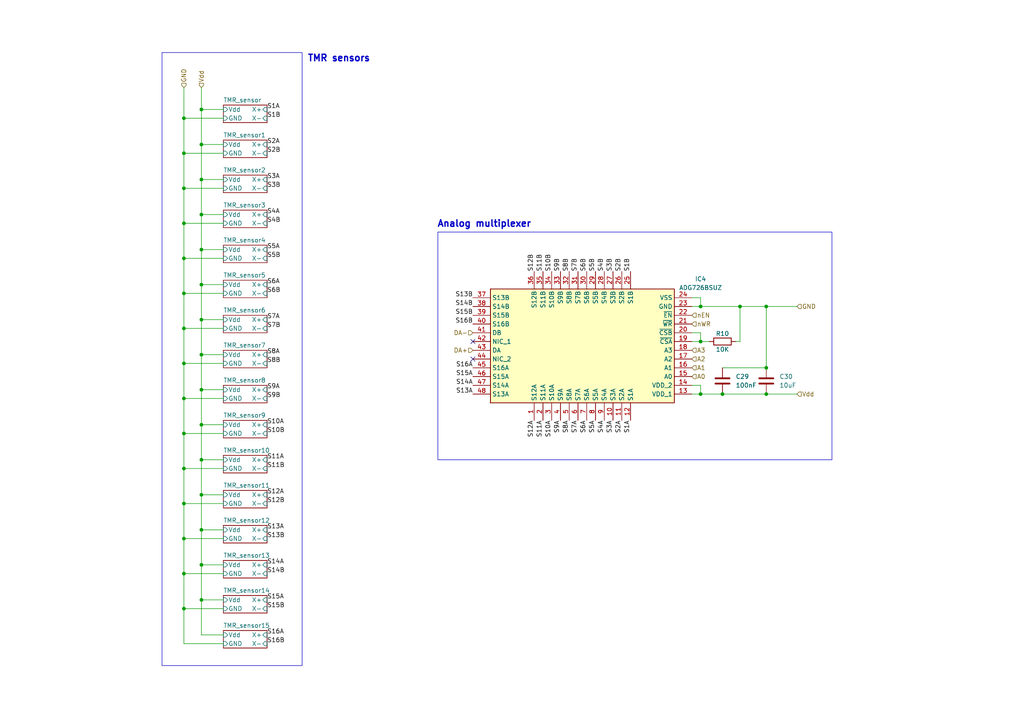
<source format=kicad_sch>
(kicad_sch (version 20250114) (generator "eeschema") (generator_version "9.0")
  (paper "A4")
  (title_block (title "TMR based triple USB Keyboard") (date "2025-12-28") (rev "v1") (company "Ryzzen"))
  (lib_symbols
    (symbol "ADG726BSUZ:ADG726BSUZ"
      (property "Reference" "IC" (at 39.37 17.78 0))
      (property "Value" "ADG726BSUZ" (at 39.37 15.24 0))
      (symbol "ADG726BSUZ_1_1"
        (rectangle (start 5.08 12.7) (end 38.1 -40.64) (stroke (width 0.254)) (fill (type background)))
        (pin passive line (at 0 0 0) (length 5.08) (name "S12A") (number "1"))
        (pin passive line (at 0 -2.54 0) (length 5.08) (name "S11A") (number "2"))
        (pin passive line (at 0 -5.08 0) (length 5.08) (name "S10A") (number "3"))
        (pin passive line (at 0 -7.62 0) (length 5.08) (name "S9A") (number "4"))
        (pin passive line (at 0 -10.16 0) (length 5.08) (name "S8A") (number "5"))
        (pin passive line (at 0 -12.7 0) (length 5.08) (name "S7A") (number "6"))
        (pin passive line (at 0 -15.24 0) (length 5.08) (name "S6A") (number "7"))
        (pin passive line (at 0 -17.78 0) (length 5.08) (name "S5A") (number "8"))
        (pin passive line (at 0 -20.32 0) (length 5.08) (name "S4A") (number "9"))
        (pin passive line (at 0 -22.86 0) (length 5.08) (name "S3A") (number "10"))
        (pin passive line (at 0 -25.4 0) (length 5.08) (name "S2A") (number "11"))
        (pin passive line (at 0 -27.94 0) (length 5.08) (name "S1A") (number "12"))
        (pin passive line (at 7.62 17.78 270) (length 5.08) (name "S13A") (number "48"))
        (pin passive line (at 7.62 -45.72 90) (length 5.08) (name "VDD_1") (number "13"))
        (pin passive line (at 10.16 17.78 270) (length 5.08) (name "S14A") (number "47"))
        (pin passive line (at 10.16 -45.72 90) (length 5.08) (name "VDD_2") (number "14"))
        (pin passive line (at 12.7 17.78 270) (length 5.08) (name "S15A") (number "46"))
        (pin passive line (at 12.7 -45.72 90) (length 5.08) (name "A0") (number "15"))
        (pin passive line (at 15.24 17.78 270) (length 5.08) (name "S16A") (number "45"))
        (pin passive line (at 15.24 -45.72 90) (length 5.08) (name "A1") (number "16"))
        (pin passive line (at 17.78 17.78 270) (length 5.08) (name "NIC_2") (number "44"))
        (pin passive line (at 17.78 -45.72 90) (length 5.08) (name "A2") (number "17"))
        (pin passive line (at 20.32 17.78 270) (length 5.08) (name "DA") (number "43"))
        (pin passive line (at 20.32 -45.72 90) (length 5.08) (name "A3") (number "18"))
        (pin passive line (at 22.86 17.78 270) (length 5.08) (name "NIC_1") (number "42"))
        (pin passive line (at 22.86 -45.72 90) (length 5.08) (name "~{CSA}") (number "19"))
        (pin passive line (at 25.4 17.78 270) (length 5.08) (name "DB") (number "41"))
        (pin passive line (at 25.4 -45.72 90) (length 5.08) (name "~{CSB}") (number "20"))
        (pin passive line (at 27.94 17.78 270) (length 5.08) (name "S16B") (number "40"))
        (pin passive line (at 27.94 -45.72 90) (length 5.08) (name "~{WR}") (number "21"))
        (pin passive line (at 30.48 17.78 270) (length 5.08) (name "S15B") (number "39"))
        (pin passive line (at 30.48 -45.72 90) (length 5.08) (name "~{EN}") (number "22"))
        (pin passive line (at 33.02 17.78 270) (length 5.08) (name "S14B") (number "38"))
        (pin passive line (at 33.02 -45.72 90) (length 5.08) (name "GND") (number "23"))
        (pin passive line (at 35.56 17.78 270) (length 5.08) (name "S13B") (number "37"))
        (pin passive line (at 35.56 -45.72 90) (length 5.08) (name "VSS") (number "24"))
        (pin passive line (at 43.18 0 180) (length 5.08) (name "S12B") (number "36"))
        (pin passive line (at 43.18 -2.54 180) (length 5.08) (name "S11B") (number "35"))
        (pin passive line (at 43.18 -5.08 180) (length 5.08) (name "S10B") (number "34"))
        (pin passive line (at 43.18 -7.62 180) (length 5.08) (name "S9B") (number "33"))
        (pin passive line (at 43.18 -10.16 180) (length 5.08) (name "S8B") (number "32"))
        (pin passive line (at 43.18 -12.7 180) (length 5.08) (name "S7B") (number "31"))
        (pin passive line (at 43.18 -15.24 180) (length 5.08) (name "S6B") (number "30"))
        (pin passive line (at 43.18 -17.78 180) (length 5.08) (name "S5B") (number "29"))
        (pin passive line (at 43.18 -20.32 180) (length 5.08) (name "S4B") (number "28"))
        (pin passive line (at 43.18 -22.86 180) (length 5.08) (name "S3B") (number "27"))
        (pin passive line (at 43.18 -25.4 180) (length 5.08) (name "S2B") (number "26"))
        (pin passive line (at 43.18 -27.94 180) (length 5.08) (name "S1B") (number "25"))
      )
    )
    (symbol "Device:C" (pin_numbers (hide yes)) (pin_names (offset 0.254))
      (property "Reference" "C" (at 0.635 2.54 0))
      (property "Value" "C" (at 0.635 -2.54 0))
      (symbol "C_0_1"
        (polyline (pts (xy -2.032 0.762) (xy 2.032 0.762)) (stroke (width 0.508)))
        (polyline (pts (xy -2.032 -0.762) (xy 2.032 -0.762)) (stroke (width 0.508)))
      )
      (symbol "C_1_1"
        (pin passive line (at 0 3.81 270) (length 2.794) (name "~") (number "1"))
        (pin passive line (at 0 -3.81 90) (length 2.794) (name "~") (number "2"))
      )
    )
    (symbol "Device:R" (pin_numbers (hide yes)) (pin_names (offset 0))
      (property "Reference" "R" (at 2.032 0 90))
      (property "Value" "R" (at 0 0 90))
      (symbol "R_0_1"
        (rectangle (start -1.016 -2.54) (end 1.016 2.54) (stroke (width 0.254)))
      )
      (symbol "R_1_1"
        (pin passive line (at 0 3.81 270) (length 1.27) (name "~") (number "1"))
        (pin passive line (at 0 -3.81 90) (length 1.27) (name "~") (number "2"))
      )
    )
  )
  (rectangle (start 46.99 15.24) (end 87.63 193.04))
  (rectangle (start 127 67.31) (end 241.3 133.35))
  (text "TMR sensors" (at 98.298 17.018 0) (effects (font (size 1.905 1.905) (thickness 0.381) (bold yes))))
  (text "Analog multiplexer" (at 140.462 65.024 0) (effects (font (size 1.905 1.905) (thickness 0.381) (bold yes))))
  (junction (at 53.34 115.57))
  (junction (at 58.42 72.39))
  (junction (at 203.2 99.06))
  (junction (at 53.34 74.93))
  (junction (at 58.42 52.07))
  (junction (at 53.34 146.05))
  (junction (at 53.34 156.21))
  (junction (at 58.42 31.75))
  (junction (at 222.25 88.9))
  (junction (at 53.34 85.09))
  (junction (at 58.42 82.55))
  (junction (at 53.34 176.53))
  (junction (at 58.42 153.67))
  (junction (at 222.25 114.3))
  (junction (at 222.25 106.68))
  (junction (at 53.34 125.73))
  (junction (at 58.42 173.99))
  (junction (at 58.42 163.83))
  (junction (at 203.2 114.3))
  (junction (at 58.42 123.19))
  (junction (at 53.34 95.25))
  (junction (at 214.63 88.9))
  (junction (at 58.42 113.03))
  (junction (at 58.42 102.87))
  (junction (at 53.34 105.41))
  (junction (at 58.42 143.51))
  (junction (at 58.42 133.35))
  (junction (at 203.2 88.9))
  (junction (at 58.42 62.23))
  (junction (at 53.34 166.37))
  (junction (at 53.34 54.61))
  (junction (at 53.34 64.77))
  (junction (at 58.42 92.71))
  (junction (at 53.34 34.29))
  (junction (at 53.34 44.45))
  (junction (at 209.55 114.3))
  (junction (at 58.42 41.91))
  (junction (at 53.34 135.89))
  (no_connect (at 137.16 99.06))
  (no_connect (at 137.16 104.14))
  (wire (pts (xy 53.34 135.89) (xy 53.34 146.05)))
  (wire (pts (xy 53.34 74.93) (xy 53.34 85.09)))
  (wire (pts (xy 53.34 156.21) (xy 64.77 156.21)))
  (wire (pts (xy 53.34 34.29) (xy 53.34 44.45)))
  (wire (pts (xy 58.42 113.03) (xy 64.77 113.03)))
  (wire (pts (xy 222.25 88.9) (xy 231.14 88.9)))
  (wire (pts (xy 203.2 88.9) (xy 214.63 88.9)))
  (wire (pts (xy 53.34 166.37) (xy 64.77 166.37)))
  (wire (pts (xy 53.34 95.25) (xy 53.34 105.41)))
  (wire (pts (xy 200.66 86.36) (xy 203.2 86.36)))
  (wire (pts (xy 58.42 113.03) (xy 58.42 123.19)))
  (wire (pts (xy 58.42 41.91) (xy 64.77 41.91)))
  (wire (pts (xy 58.42 184.15) (xy 64.77 184.15)))
  (wire (pts (xy 200.66 88.9) (xy 203.2 88.9)))
  (wire (pts (xy 58.42 25.4) (xy 58.42 31.75)))
  (wire (pts (xy 58.42 41.91) (xy 58.42 52.07)))
  (wire (pts (xy 58.42 123.19) (xy 64.77 123.19)))
  (wire (pts (xy 58.42 173.99) (xy 64.77 173.99)))
  (wire (pts (xy 200.66 99.06) (xy 203.2 99.06)))
  (wire (pts (xy 53.34 44.45) (xy 53.34 54.61)))
  (wire (pts (xy 58.42 52.07) (xy 64.77 52.07)))
  (wire (pts (xy 53.34 125.73) (xy 64.77 125.73)))
  (wire (pts (xy 203.2 114.3) (xy 209.55 114.3)))
  (wire (pts (xy 58.42 82.55) (xy 64.77 82.55)))
  (wire (pts (xy 58.42 153.67) (xy 64.77 153.67)))
  (wire (pts (xy 53.34 105.41) (xy 53.34 115.57)))
  (wire (pts (xy 53.34 166.37) (xy 53.34 176.53)))
  (wire (pts (xy 58.42 143.51) (xy 58.42 153.67)))
  (wire (pts (xy 58.42 82.55) (xy 58.42 92.71)))
  (wire (pts (xy 53.34 64.77) (xy 64.77 64.77)))
  (wire (pts (xy 58.42 72.39) (xy 58.42 82.55)))
  (wire (pts (xy 53.34 146.05) (xy 64.77 146.05)))
  (wire (pts (xy 58.42 102.87) (xy 58.42 113.03)))
  (wire (pts (xy 53.34 146.05) (xy 53.34 156.21)))
  (wire (pts (xy 53.34 54.61) (xy 53.34 64.77)))
  (wire (pts (xy 53.34 105.41) (xy 64.77 105.41)))
  (wire (pts (xy 53.34 74.93) (xy 64.77 74.93)))
  (wire (pts (xy 58.42 133.35) (xy 64.77 133.35)))
  (wire (pts (xy 53.34 85.09) (xy 64.77 85.09)))
  (wire (pts (xy 58.42 102.87) (xy 64.77 102.87)))
  (wire (pts (xy 58.42 62.23) (xy 58.42 72.39)))
  (wire (pts (xy 58.42 31.75) (xy 64.77 31.75)))
  (wire (pts (xy 213.36 99.06) (xy 214.63 99.06)))
  (wire (pts (xy 209.55 114.3) (xy 222.25 114.3)))
  (wire (pts (xy 53.34 176.53) (xy 64.77 176.53)))
  (wire (pts (xy 58.42 123.19) (xy 58.42 133.35)))
  (wire (pts (xy 200.66 96.52) (xy 203.2 96.52)))
  (wire (pts (xy 209.55 106.68) (xy 222.25 106.68)))
  (wire (pts (xy 53.34 54.61) (xy 64.77 54.61)))
  (wire (pts (xy 58.42 31.75) (xy 58.42 41.91)))
  (wire (pts (xy 58.42 92.71) (xy 58.42 102.87)))
  (wire (pts (xy 203.2 86.36) (xy 203.2 88.9)))
  (wire (pts (xy 58.42 173.99) (xy 58.42 184.15)))
  (wire (pts (xy 53.34 176.53) (xy 53.34 186.69)))
  (wire (pts (xy 58.42 62.23) (xy 64.77 62.23)))
  (wire (pts (xy 53.34 95.25) (xy 64.77 95.25)))
  (wire (pts (xy 53.34 156.21) (xy 53.34 166.37)))
  (wire (pts (xy 203.2 96.52) (xy 203.2 99.06)))
  (wire (pts (xy 58.42 163.83) (xy 64.77 163.83)))
  (wire (pts (xy 53.34 25.4) (xy 53.34 34.29)))
  (wire (pts (xy 53.34 34.29) (xy 64.77 34.29)))
  (wire (pts (xy 53.34 115.57) (xy 53.34 125.73)))
  (wire (pts (xy 58.42 153.67) (xy 58.42 163.83)))
  (wire (pts (xy 53.34 64.77) (xy 53.34 74.93)))
  (wire (pts (xy 58.42 163.83) (xy 58.42 173.99)))
  (wire (pts (xy 203.2 111.76) (xy 203.2 114.3)))
  (wire (pts (xy 58.42 52.07) (xy 58.42 62.23)))
  (wire (pts (xy 222.25 114.3) (xy 231.14 114.3)))
  (wire (pts (xy 53.34 135.89) (xy 64.77 135.89)))
  (wire (pts (xy 203.2 99.06) (xy 205.74 99.06)))
  (wire (pts (xy 53.34 125.73) (xy 53.34 135.89)))
  (wire (pts (xy 200.66 114.3) (xy 203.2 114.3)))
  (wire (pts (xy 58.42 72.39) (xy 64.77 72.39)))
  (wire (pts (xy 58.42 143.51) (xy 64.77 143.51)))
  (wire (pts (xy 53.34 44.45) (xy 64.77 44.45)))
  (wire (pts (xy 214.63 99.06) (xy 214.63 88.9)))
  (wire (pts (xy 58.42 92.71) (xy 64.77 92.71)))
  (wire (pts (xy 222.25 106.68) (xy 222.25 88.9)))
  (wire (pts (xy 53.34 186.69) (xy 64.77 186.69)))
  (wire (pts (xy 53.34 85.09) (xy 53.34 95.25)))
  (wire (pts (xy 58.42 133.35) (xy 58.42 143.51)))
  (wire (pts (xy 200.66 111.76) (xy 203.2 111.76)))
  (wire (pts (xy 53.34 115.57) (xy 64.77 115.57)))
  (wire (pts (xy 214.63 88.9) (xy 222.25 88.9)))
  (label "S13A" (at 137.16 114.3 180))
  (label "S4B" (at 175.26 78.74 90))
  (label "S11B" (at 77.47 135.89 0))
  (label "S14B" (at 77.47 166.37 0))
  (label "S5A" (at 77.47 72.39 0))
  (label "S8B" (at 165.1 78.74 90))
  (label "S3B" (at 77.47 54.61 0))
  (label "S14A" (at 137.16 111.76 180))
  (label "S8A" (at 77.47 102.87 0))
  (label "S15B" (at 137.16 91.44 180))
  (label "S12B" (at 154.94 78.74 90))
  (label "S2A" (at 77.47 41.91 0))
  (label "S9B" (at 77.47 115.57 0))
  (label "S1A" (at 77.47 31.75 0))
  (label "S12A" (at 154.94 121.92 270))
  (label "S11A" (at 157.48 121.92 270))
  (label "S16A" (at 137.16 106.68 180))
  (label "S14B" (at 137.16 88.9 180))
  (label "S6B" (at 77.47 85.09 0))
  (label "S13B" (at 137.16 86.36 180))
  (label "S13A" (at 77.47 153.67 0))
  (label "S4A" (at 175.26 121.92 270))
  (label "S9A" (at 77.47 113.03 0))
  (label "S6A" (at 170.18 121.92 270))
  (label "S13B" (at 77.47 156.21 0))
  (label "S10B" (at 160.02 78.74 90))
  (label "S9B" (at 162.56 78.74 90))
  (label "S5B" (at 172.72 78.74 90))
  (label "S2A" (at 180.34 121.92 270))
  (label "S10A" (at 160.02 121.92 270))
  (label "S4B" (at 77.47 64.77 0))
  (label "S15A" (at 77.47 173.99 0))
  (label "S7A" (at 77.47 92.71 0))
  (label "S3A" (at 77.47 52.07 0))
  (label "S7B" (at 77.47 95.25 0))
  (label "S5A" (at 172.72 121.92 270))
  (label "S16A" (at 77.47 184.15 0))
  (label "S7A" (at 167.64 121.92 270))
  (label "S10B" (at 77.47 125.73 0))
  (label "S2B" (at 77.47 44.45 0))
  (label "S16B" (at 77.47 186.69 0))
  (label "S14A" (at 77.47 163.83 0))
  (label "S6B" (at 170.18 78.74 90))
  (label "S11B" (at 157.48 78.74 90))
  (label "S16B" (at 137.16 93.98 180))
  (label "S12B" (at 77.47 146.05 0))
  (label "S8A" (at 165.1 121.92 270))
  (label "S5B" (at 77.47 74.93 0))
  (label "S3B" (at 177.8 78.74 90))
  (label "S6A" (at 77.47 82.55 0))
  (label "S10A" (at 77.47 123.19 0))
  (label "S15A" (at 137.16 109.22 180))
  (label "S11A" (at 77.47 133.35 0))
  (label "S1A" (at 182.88 121.92 270))
  (label "S15B" (at 77.47 176.53 0))
  (label "S2B" (at 180.34 78.74 90))
  (label "S4A" (at 77.47 62.23 0))
  (label "S3A" (at 177.8 121.92 270))
  (label "S1B" (at 77.47 34.29 0))
  (label "S12A" (at 77.47 143.51 0))
  (label "S7B" (at 167.64 78.74 90))
  (label "S1B" (at 182.88 78.74 90))
  (label "S9A" (at 162.56 121.92 270))
  (label "S8B" (at 77.47 105.41 0))
  (hierarchical_label "A0" (shape input) (at 200.66 109.22 0))
  (hierarchical_label "GND" (shape input) (at 53.34 25.4 90))
  (hierarchical_label "nEN" (shape input) (at 200.66 91.44 0))
  (hierarchical_label "A2" (shape input) (at 200.66 104.14 0))
  (hierarchical_label "DA-" (shape input) (at 137.16 96.52 180))
  (hierarchical_label "nWR" (shape input) (at 200.66 93.98 0))
  (hierarchical_label "GND" (shape input) (at 231.14 88.9 0))
  (hierarchical_label "Vdd" (shape input) (at 58.42 25.4 90))
  (hierarchical_label "A3" (shape input) (at 200.66 101.6 0))
  (hierarchical_label "DA+" (shape input) (at 137.16 101.6 180))
  (hierarchical_label "A1" (shape input) (at 200.66 106.68 0))
  (hierarchical_label "Vdd" (shape input) (at 231.14 114.3 0))
  (symbol (lib_id "ADG726BSUZ:ADG726BSUZ") (at 154.94 121.92 90) (unit 1)
    (property "Reference" "IC2" (at 203.2 80.9146 90))
    (property "Value" "ADG726BSUZ" (at 203.2 83.4546 90))
    (property "Footprint" "ADG726BSUZ:QFP50P900X900X120-48N" (effects (hide yes)))
    (property "Datasheet" "https://www.analog.com/media/en/technical-documentation/data-sheets/ADG726_732.pdf" (effects (hide yes)))
    (property "Description" "ADG726BSUZ, Multiplexer Dual 16:1, 3, 5V, 48-Pin, TQFP" (effects (hide yes)))
    (property "Height" "1.2" (effects (hide yes)))
    (property "Mouser Part Number" "584-ADG726BSUZ" (effects (hide yes)))
    (property "Mouser Price/Stock" "https://www.mouser.co.uk/ProductDetail/Analog-Devices/ADG726BSUZ?qs=BpaRKvA4VqHCQkaid0DsDg%3D%3D" (effects (hide yes)))
    (property "Manufacturer_Name" "Analog Devices" (effects (hide yes)))
    (property "Manufacturer_Part_Number" "ADG726BSUZ" (effects (hide yes)))
    (instances (project "RyzzenKeyboard" (path "" (reference "IC4") (unit 1)) (path "" (reference "IC2") (unit 1))))
  )
  (symbol (lib_id "Device:R") (at 209.55 99.06 90) (unit 1)
    (property "Reference" "R8" (at 209.55 96.774 90))
    (property "Value" "10K" (at 209.55 101.346 90))
    (property "Footprint" "Resistor_SMD:R_0603_1608Metric_Pad0.98x0.95mm_HandSolder" (effects (hide yes)))
    (property "Description" "Resistor" (effects (hide yes)))
    (instances (project "RyzzenKeyboard" (path "" (reference "R10") (unit 1)) (path "" (reference "R8") (unit 1))))
  )
  (symbol (lib_id "Device:C") (at 222.25 110.49 0) (unit 1)
    (property "Reference" "C21" (at 226.06 109.2199 0) (effects (justify left)))
    (property "Value" "10uF" (at 226.06 111.7599 0) (effects (justify left)))
    (property "Footprint" "Capacitor_SMD:C_0603_1608Metric_Pad1.08x0.95mm_HandSolder" (effects (hide yes)))
    (property "Description" "Unpolarized capacitor" (effects (hide yes)))
    (instances (project "RyzzenKeyboard" (path "" (reference "C30") (unit 1)) (path "" (reference "C21") (unit 1))))
  )
  (symbol (lib_id "Device:C") (at 209.55 110.49 0) (unit 1)
    (property "Reference" "C20" (at 213.36 109.2199 0) (effects (justify left)))
    (property "Value" "100nF" (at 213.36 111.7599 0) (effects (justify left)))
    (property "Footprint" "Capacitor_SMD:C_0603_1608Metric_Pad1.08x0.95mm_HandSolder" (effects (hide yes)))
    (property "Description" "Unpolarized capacitor" (effects (hide yes)))
    (instances (project "RyzzenKeyboard" (path "" (reference "C29") (unit 1)) (path "" (reference "C20") (unit 1))))
  )
  (sheet (at 64.77 50.8) (size 12.7 5.08) (stroke (width 0.1524))
    (property "Sheetname" "TMR_sensor2" (at 64.77 50.0884 0) (effects (justify left bottom)))
    (property "Sheetfile" "he_sensor.kicad_sch" (effects (hide yes)))
    (pin "GND" input (at 64.77 54.61 180))
    (pin "Vdd" input (at 64.77 52.07 180))
    (pin "X+" input (at 77.47 52.07 0))
    (pin "X-" input (at 77.47 54.61 0))
  )
  (sheet (at 64.77 40.64) (size 12.7 5.08) (stroke (width 0.1524))
    (property "Sheetname" "TMR_sensor1" (at 64.77 39.9284 0) (effects (justify left bottom)))
    (property "Sheetfile" "he_sensor.kicad_sch" (effects (hide yes)))
    (pin "GND" input (at 64.77 44.45 180))
    (pin "Vdd" input (at 64.77 41.91 180))
    (pin "X+" input (at 77.47 41.91 0))
    (pin "X-" input (at 77.47 44.45 0))
  )
  (sheet (at 64.77 142.24) (size 12.7 5.08) (stroke (width 0.1524))
    (property "Sheetname" "TMR_sensor11" (at 64.77 141.5284 0) (effects (justify left bottom)))
    (property "Sheetfile" "he_sensor.kicad_sch" (effects (hide yes)))
    (pin "GND" input (at 64.77 146.05 180))
    (pin "Vdd" input (at 64.77 143.51 180))
    (pin "X+" input (at 77.47 143.51 0))
    (pin "X-" input (at 77.47 146.05 0))
  )
  (sheet (at 64.77 111.76) (size 12.7 5.08) (stroke (width 0.1524))
    (property "Sheetname" "TMR_sensor8" (at 64.77 111.0484 0) (effects (justify left bottom)))
    (property "Sheetfile" "he_sensor.kicad_sch" (effects (hide yes)))
    (pin "GND" input (at 64.77 115.57 180))
    (pin "Vdd" input (at 64.77 113.03 180))
    (pin "X+" input (at 77.47 113.03 0))
    (pin "X-" input (at 77.47 115.57 0))
  )
  (sheet (at 64.77 172.72) (size 12.7 5.08) (stroke (width 0.1524))
    (property "Sheetname" "TMR_sensor14" (at 64.77 172.0084 0) (effects (justify left bottom)))
    (property "Sheetfile" "he_sensor.kicad_sch" (effects (hide yes)))
    (pin "GND" input (at 64.77 176.53 180))
    (pin "Vdd" input (at 64.77 173.99 180))
    (pin "X+" input (at 77.47 173.99 0))
    (pin "X-" input (at 77.47 176.53 0))
  )
  (sheet (at 64.77 132.08) (size 12.7 5.08) (stroke (width 0.1524))
    (property "Sheetname" "TMR_sensor10" (at 64.77 131.3684 0) (effects (justify left bottom)))
    (property "Sheetfile" "he_sensor.kicad_sch" (effects (hide yes)))
    (pin "GND" input (at 64.77 135.89 180))
    (pin "Vdd" input (at 64.77 133.35 180))
    (pin "X+" input (at 77.47 133.35 0))
    (pin "X-" input (at 77.47 135.89 0))
  )
  (sheet (at 64.77 91.44) (size 12.7 5.08) (stroke (width 0.1524))
    (property "Sheetname" "TMR_sensor6" (at 64.77 90.7284 0) (effects (justify left bottom)))
    (property "Sheetfile" "he_sensor.kicad_sch" (effects (hide yes)))
    (pin "GND" input (at 64.77 95.25 180))
    (pin "Vdd" input (at 64.77 92.71 180))
    (pin "X+" input (at 77.47 92.71 0))
    (pin "X-" input (at 77.47 95.25 0))
  )
  (sheet (at 64.77 121.92) (size 12.7 5.08) (stroke (width 0.1524))
    (property "Sheetname" "TMR_sensor9" (at 64.77 121.2084 0) (effects (justify left bottom)))
    (property "Sheetfile" "he_sensor.kicad_sch" (effects (hide yes)))
    (pin "GND" input (at 64.77 125.73 180))
    (pin "Vdd" input (at 64.77 123.19 180))
    (pin "X+" input (at 77.47 123.19 0))
    (pin "X-" input (at 77.47 125.73 0))
  )
  (sheet (at 64.77 182.88) (size 12.7 5.08) (stroke (width 0.1524))
    (property "Sheetname" "TMR_sensor15" (at 64.77 182.1684 0) (effects (justify left bottom)))
    (property "Sheetfile" "he_sensor.kicad_sch" (effects (hide yes)))
    (pin "GND" input (at 64.77 186.69 180))
    (pin "Vdd" input (at 64.77 184.15 180))
    (pin "X+" input (at 77.47 184.15 0))
    (pin "X-" input (at 77.47 186.69 0))
  )
  (sheet (at 64.77 30.48) (size 12.7 5.08) (stroke (width 0.1524))
    (property "Sheetname" "TMR_sensor" (at 64.77 29.7684 0) (effects (justify left bottom)))
    (property "Sheetfile" "he_sensor.kicad_sch" (effects (hide yes)))
    (pin "GND" input (at 64.77 34.29 180))
    (pin "Vdd" input (at 64.77 31.75 180))
    (pin "X+" input (at 77.47 31.75 0))
    (pin "X-" input (at 77.47 34.29 0))
  )
  (sheet (at 64.77 71.12) (size 12.7 5.08) (stroke (width 0.1524))
    (property "Sheetname" "TMR_sensor4" (at 64.77 70.4084 0) (effects (justify left bottom)))
    (property "Sheetfile" "he_sensor.kicad_sch" (effects (hide yes)))
    (pin "GND" input (at 64.77 74.93 180))
    (pin "Vdd" input (at 64.77 72.39 180))
    (pin "X+" input (at 77.47 72.39 0))
    (pin "X-" input (at 77.47 74.93 0))
  )
  (sheet (at 64.77 101.6) (size 12.7 5.08) (stroke (width 0.1524))
    (property "Sheetname" "TMR_sensor7" (at 64.77 100.8884 0) (effects (justify left bottom)))
    (property "Sheetfile" "he_sensor.kicad_sch" (effects (hide yes)))
    (pin "GND" input (at 64.77 105.41 180))
    (pin "Vdd" input (at 64.77 102.87 180))
    (pin "X+" input (at 77.47 102.87 0))
    (pin "X-" input (at 77.47 105.41 0))
  )
  (sheet (at 64.77 81.28) (size 12.7 5.08) (stroke (width 0.1524))
    (property "Sheetname" "TMR_sensor5" (at 64.77 80.5684 0) (effects (justify left bottom)))
    (property "Sheetfile" "he_sensor.kicad_sch" (effects (hide yes)))
    (pin "GND" input (at 64.77 85.09 180))
    (pin "Vdd" input (at 64.77 82.55 180))
    (pin "X+" input (at 77.47 82.55 0))
    (pin "X-" input (at 77.47 85.09 0))
  )
  (sheet (at 64.77 152.4) (size 12.7 5.08) (stroke (width 0.1524))
    (property "Sheetname" "TMR_sensor12" (at 64.77 151.6884 0) (effects (justify left bottom)))
    (property "Sheetfile" "he_sensor.kicad_sch" (effects (hide yes)))
    (pin "GND" input (at 64.77 156.21 180))
    (pin "Vdd" input (at 64.77 153.67 180))
    (pin "X+" input (at 77.47 153.67 0))
    (pin "X-" input (at 77.47 156.21 0))
  )
  (sheet (at 64.77 60.96) (size 12.7 5.08) (stroke (width 0.1524))
    (property "Sheetname" "TMR_sensor3" (at 64.77 60.2484 0) (effects (justify left bottom)))
    (property "Sheetfile" "he_sensor.kicad_sch" (effects (hide yes)))
    (pin "GND" input (at 64.77 64.77 180))
    (pin "Vdd" input (at 64.77 62.23 180))
    (pin "X+" input (at 77.47 62.23 0))
    (pin "X-" input (at 77.47 64.77 0))
  )
  (sheet (at 64.77 162.56) (size 12.7 5.08) (stroke (width 0.1524))
    (property "Sheetname" "TMR_sensor13" (at 64.77 161.8484 0) (effects (justify left bottom)))
    (property "Sheetfile" "he_sensor.kicad_sch" (effects (hide yes)))
    (pin "GND" input (at 64.77 166.37 180))
    (pin "Vdd" input (at 64.77 163.83 180))
    (pin "X+" input (at 77.47 163.83 0))
    (pin "X-" input (at 77.47 166.37 0))
  )
)
</source>
